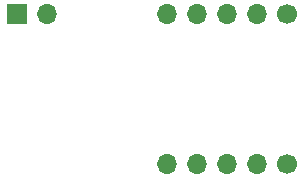
<source format=gbs>
%TF.GenerationSoftware,KiCad,Pcbnew,(5.1.8)-1*%
%TF.CreationDate,2021-03-06T21:21:54+09:00*%
%TF.ProjectId,led_driver,6c65645f-6472-4697-9665-722e6b696361,rev?*%
%TF.SameCoordinates,PX7df6180PY3a22d00*%
%TF.FileFunction,Soldermask,Bot*%
%TF.FilePolarity,Negative*%
%FSLAX46Y46*%
G04 Gerber Fmt 4.6, Leading zero omitted, Abs format (unit mm)*
G04 Created by KiCad (PCBNEW (5.1.8)-1) date 2021-03-06 21:21:54*
%MOMM*%
%LPD*%
G01*
G04 APERTURE LIST*
%ADD10C,1.700000*%
%ADD11O,1.700000X1.700000*%
%ADD12R,1.700000X1.700000*%
G04 APERTURE END LIST*
D10*
%TO.C,J2*%
X25400000Y2540000D03*
D11*
X22860000Y2540000D03*
X20320000Y2540000D03*
X17780000Y2540000D03*
X15240000Y2540000D03*
%TD*%
%TO.C,J3*%
X15240000Y15240000D03*
X17780000Y15240000D03*
X20320000Y15240000D03*
X22860000Y15240000D03*
D10*
X25400000Y15240000D03*
%TD*%
D12*
%TO.C,J1*%
X2540000Y15240000D03*
D11*
X5080000Y15240000D03*
%TD*%
M02*

</source>
